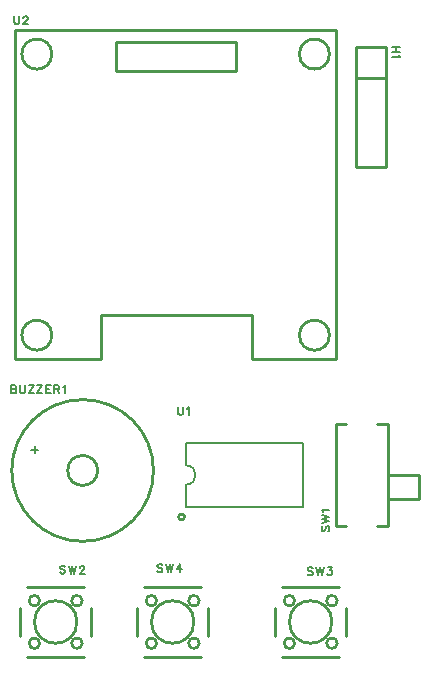
<source format=gto>
G04 Layer: TopSilkscreenLayer*
G04 EasyEDA Pro v2.2.38.8, 2025-05-22 15:01:17*
G04 Gerber Generator version 0.3*
G04 Scale: 100 percent, Rotated: No, Reflected: No*
G04 Dimensions in millimeters*
G04 Leading zeros omitted, absolute positions, 4 integers and 5 decimals*
%FSLAX45Y45*%
%MOMM*%
%ADD10C,0.1524*%
%ADD11C,0.254*%
G75*


G04 Text Start*
G54D10*
G01X572529Y-3805174D02*
G01X572529Y-3868166D01*
G01X541033Y-3836670D02*
G01X604025Y-3836670D01*
G01X372809Y-3293567D02*
G01X372809Y-3358591D01*
G01X372809Y-3293567D02*
G01X400749Y-3293567D01*
G01X409893Y-3296615D01*
G01X412941Y-3299663D01*
G01X416243Y-3306013D01*
G01X416243Y-3312109D01*
G01X412941Y-3318205D01*
G01X409893Y-3321253D01*
G01X400749Y-3324555D01*
G01X372809Y-3324555D02*
G01X400749Y-3324555D01*
G01X409893Y-3327603D01*
G01X412941Y-3330651D01*
G01X416243Y-3336747D01*
G01X416243Y-3346145D01*
G01X412941Y-3352241D01*
G01X409893Y-3355543D01*
G01X400749Y-3358591D01*
G01X372809Y-3358591D01*
G01X446469Y-3293567D02*
G01X446469Y-3340049D01*
G01X449517Y-3349193D01*
G01X455613Y-3355543D01*
G01X465011Y-3358591D01*
G01X471107Y-3358591D01*
G01X480505Y-3355543D01*
G01X486601Y-3349193D01*
G01X489649Y-3340049D01*
G01X489649Y-3293567D01*
G01X563055Y-3293567D02*
G01X519875Y-3358591D01*
G01X519875Y-3293567D02*
G01X563055Y-3293567D01*
G01X519875Y-3358591D02*
G01X563055Y-3358591D01*
G01X636461Y-3293567D02*
G01X593281Y-3358591D01*
G01X593281Y-3293567D02*
G01X636461Y-3293567D01*
G01X593281Y-3358591D02*
G01X636461Y-3358591D01*
G01X666687Y-3293567D02*
G01X666687Y-3358591D01*
G01X666687Y-3293567D02*
G01X706819Y-3293567D01*
G01X666687Y-3324555D02*
G01X691325Y-3324555D01*
G01X666687Y-3358591D02*
G01X706819Y-3358591D01*
G01X737045Y-3293567D02*
G01X737045Y-3358591D01*
G01X737045Y-3293567D02*
G01X764731Y-3293567D01*
G01X774129Y-3296615D01*
G01X777177Y-3299663D01*
G01X780225Y-3306013D01*
G01X780225Y-3312109D01*
G01X777177Y-3318205D01*
G01X774129Y-3321253D01*
G01X764731Y-3324555D01*
G01X737045Y-3324555D01*
G01X758635Y-3324555D02*
G01X780225Y-3358591D01*
G01X810451Y-3306013D02*
G01X816547Y-3302711D01*
G01X825691Y-3293567D01*
G01X825691Y-3358591D01*
G01X3662934Y-426720D02*
G01X3597910Y-426720D01*
G01X3662934Y-470154D02*
G01X3597910Y-470154D01*
G01X3631946Y-426720D02*
G01X3631946Y-470154D01*
G01X3650488Y-500380D02*
G01X3653790Y-506476D01*
G01X3662934Y-515620D01*
G01X3597910Y-515620D01*
G01X3009610Y-4485256D02*
G01X3003514Y-4491606D01*
G01X3000466Y-4500750D01*
G01X3000466Y-4513196D01*
G01X3003514Y-4522594D01*
G01X3009610Y-4528690D01*
G01X3015960Y-4528690D01*
G01X3022056Y-4525642D01*
G01X3025104Y-4522594D01*
G01X3028152Y-4516244D01*
G01X3034502Y-4497702D01*
G01X3037550Y-4491606D01*
G01X3040598Y-4488558D01*
G01X3046948Y-4485256D01*
G01X3056092Y-4485256D01*
G01X3062442Y-4491606D01*
G01X3065490Y-4500750D01*
G01X3065490Y-4513196D01*
G01X3062442Y-4522594D01*
G01X3056092Y-4528690D01*
G01X3000466Y-4455030D02*
G01X3065490Y-4439790D01*
G01X3000466Y-4424296D02*
G01X3065490Y-4439790D01*
G01X3000466Y-4424296D02*
G01X3065490Y-4408802D01*
G01X3000466Y-4393308D02*
G01X3065490Y-4408802D01*
G01X3012912Y-4363082D02*
G01X3009610Y-4356986D01*
G01X3000466Y-4347842D01*
G01X3065490Y-4347842D01*
G01X830326Y-4829810D02*
G01X823976Y-4823714D01*
G01X814832Y-4820666D01*
G01X802386Y-4820666D01*
G01X792988Y-4823714D01*
G01X786892Y-4829810D01*
G01X786892Y-4836160D01*
G01X789940Y-4842256D01*
G01X792988Y-4845304D01*
G01X799338Y-4848352D01*
G01X817880Y-4854702D01*
G01X823976Y-4857750D01*
G01X827024Y-4860798D01*
G01X830326Y-4867148D01*
G01X830326Y-4876292D01*
G01X823976Y-4882642D01*
G01X814832Y-4885690D01*
G01X802386Y-4885690D01*
G01X792988Y-4882642D01*
G01X786892Y-4876292D01*
G01X860552Y-4820666D02*
G01X875792Y-4885690D01*
G01X891286Y-4820666D02*
G01X875792Y-4885690D01*
G01X891286Y-4820666D02*
G01X906780Y-4885690D01*
G01X922274Y-4820666D02*
G01X906780Y-4885690D01*
G01X955548Y-4836160D02*
G01X955548Y-4833112D01*
G01X958596Y-4826762D01*
G01X961644Y-4823714D01*
G01X967740Y-4820666D01*
G01X980186Y-4820666D01*
G01X986536Y-4823714D01*
G01X989584Y-4826762D01*
G01X992632Y-4833112D01*
G01X992632Y-4839208D01*
G01X989584Y-4845304D01*
G01X983234Y-4854702D01*
G01X952500Y-4885690D01*
G01X995680Y-4885690D01*
G01X2925826Y-4842510D02*
G01X2919476Y-4836414D01*
G01X2910332Y-4833366D01*
G01X2897886Y-4833366D01*
G01X2888488Y-4836414D01*
G01X2882392Y-4842510D01*
G01X2882392Y-4848860D01*
G01X2885440Y-4854956D01*
G01X2888488Y-4858004D01*
G01X2894838Y-4861052D01*
G01X2913380Y-4867402D01*
G01X2919476Y-4870450D01*
G01X2922524Y-4873498D01*
G01X2925826Y-4879848D01*
G01X2925826Y-4888992D01*
G01X2919476Y-4895342D01*
G01X2910332Y-4898390D01*
G01X2897886Y-4898390D01*
G01X2888488Y-4895342D01*
G01X2882392Y-4888992D01*
G01X2956052Y-4833366D02*
G01X2971292Y-4898390D01*
G01X2986786Y-4833366D02*
G01X2971292Y-4898390D01*
G01X2986786Y-4833366D02*
G01X3002280Y-4898390D01*
G01X3017774Y-4833366D02*
G01X3002280Y-4898390D01*
G01X3054096Y-4833366D02*
G01X3088132Y-4833366D01*
G01X3069590Y-4858004D01*
G01X3078734Y-4858004D01*
G01X3085084Y-4861052D01*
G01X3088132Y-4864354D01*
G01X3091180Y-4873498D01*
G01X3091180Y-4879848D01*
G01X3088132Y-4888992D01*
G01X3082036Y-4895342D01*
G01X3072638Y-4898390D01*
G01X3063240Y-4898390D01*
G01X3054096Y-4895342D01*
G01X3051048Y-4892040D01*
G01X3048000Y-4885944D01*
G01X1652778Y-4817110D02*
G01X1646428Y-4811014D01*
G01X1637284Y-4807966D01*
G01X1624838Y-4807966D01*
G01X1615440Y-4811014D01*
G01X1609344Y-4817110D01*
G01X1609344Y-4823460D01*
G01X1612392Y-4829556D01*
G01X1615440Y-4832604D01*
G01X1621790Y-4835652D01*
G01X1640332Y-4842002D01*
G01X1646428Y-4845050D01*
G01X1649476Y-4848098D01*
G01X1652778Y-4854448D01*
G01X1652778Y-4863592D01*
G01X1646428Y-4869942D01*
G01X1637284Y-4872990D01*
G01X1624838Y-4872990D01*
G01X1615440Y-4869942D01*
G01X1609344Y-4863592D01*
G01X1683004Y-4807966D02*
G01X1698244Y-4872990D01*
G01X1713738Y-4807966D02*
G01X1698244Y-4872990D01*
G01X1713738Y-4807966D02*
G01X1729232Y-4872990D01*
G01X1744726Y-4807966D02*
G01X1729232Y-4872990D01*
G01X1805686Y-4807966D02*
G01X1774952Y-4851146D01*
G01X1821180Y-4851146D01*
G01X1805686Y-4807966D02*
G01X1805686Y-4872990D01*
G01X1785620Y-3476856D02*
G01X1785620Y-3523338D01*
G01X1788668Y-3532482D01*
G01X1795018Y-3538832D01*
G01X1804162Y-3541880D01*
G01X1810512Y-3541880D01*
G01X1819656Y-3538832D01*
G01X1825752Y-3532482D01*
G01X1829054Y-3523338D01*
G01X1829054Y-3476856D01*
G01X1859280Y-3489302D02*
G01X1865376Y-3486000D01*
G01X1874520Y-3476856D01*
G01X1874520Y-3541880D01*
G01X399969Y-168112D02*
G01X399969Y-214594D01*
G01X403017Y-223738D01*
G01X409367Y-230088D01*
G01X418511Y-233136D01*
G01X424861Y-233136D01*
G01X434005Y-230088D01*
G01X440101Y-223738D01*
G01X443403Y-214594D01*
G01X443403Y-168112D01*
G01X476677Y-183606D02*
G01X476677Y-180558D01*
G01X479725Y-174208D01*
G01X482773Y-171160D01*
G01X488869Y-168112D01*
G01X501315Y-168112D01*
G01X507665Y-171160D01*
G01X510713Y-174208D01*
G01X513761Y-180558D01*
G01X513761Y-186654D01*
G01X510713Y-192750D01*
G01X504363Y-202148D01*
G01X473629Y-233136D01*
G01X516809Y-233136D01*
G04 Text End*

G04 PolygonModel Start*
G54D11*
G01X3543300Y-688152D02*
G01X3543300Y-1447800D01*
G01X3543300Y-1447800D02*
G01X3289300Y-1447800D01*
G01X3289300Y-1447800D02*
G01X3289300Y-431800D01*
G01X3289300Y-431800D02*
G01X3543300Y-431800D01*
G01X3543300Y-431800D02*
G01X3543300Y-688152D01*
G01X3543300Y-688152D02*
G01X3289300Y-688152D01*
G01X3559998Y-4251881D02*
G01X3825100Y-4251881D01*
G01X3825100Y-4251881D02*
G01X3825100Y-4051300D01*
G01X3825100Y-4051300D02*
G01X3559998Y-4051300D01*
G01X3559998Y-3616198D02*
G01X3559998Y-4486199D01*
G01X3120100Y-4486300D02*
G01X3120100Y-3616300D01*
G01X3120100Y-3616300D02*
G01X3209163Y-3616300D01*
G01X3471037Y-3616300D02*
G01X3559998Y-3616300D01*
G01X3559998Y-4486199D02*
G01X3471060Y-4486199D01*
G01X3209140Y-4486199D02*
G01X3120100Y-4486199D01*
G01X989711Y-5595899D02*
G01X508889Y-5595899D01*
G01X449301Y-5410591D02*
G01X449301Y-5181209D01*
G01X508889Y-4995901D02*
G01X989711Y-4995901D01*
G01X1049299Y-5181209D02*
G01X1049299Y-5410591D01*
G01X3148711Y-5595899D02*
G01X2667889Y-5595899D01*
G01X2608301Y-5410591D02*
G01X2608301Y-5181209D01*
G01X2667889Y-4995901D02*
G01X3148711Y-4995901D01*
G01X3208299Y-5181209D02*
G01X3208299Y-5410591D01*
G01X1980311Y-5595899D02*
G01X1499489Y-5595899D01*
G01X1439901Y-5410591D02*
G01X1439901Y-5181209D01*
G01X1499489Y-4995901D02*
G01X1980311Y-4995901D01*
G01X2039899Y-5181209D02*
G01X2039899Y-5410591D01*
G54D10*
G01X1851881Y-4133799D02*
G01X1851881Y-4320939D01*
G01X1851881Y-4320939D02*
G01X2847119Y-4320939D01*
G01X2847119Y-4320939D02*
G01X2847119Y-3781661D01*
G01X2847119Y-3781661D02*
G01X1851881Y-3781661D01*
G01X1851881Y-3781661D02*
G01X1851881Y-3968801D01*
G01X1851881Y-4133800D02*
G03X1851881Y-3968800I0J82500D01*
G54D11*
G01X2273300Y-633001D02*
G01X2273300Y-383002D01*
G01X1257300Y-383002D02*
G01X1257300Y-633004D01*
G01X1257300Y-383002D02*
G01X2273300Y-383002D01*
G01X1257300Y-633004D02*
G01X2273300Y-633001D01*
G01X405384Y-288036D02*
G01X3125216Y-288036D01*
G01X3125216Y-288036D02*
G01X3125216Y-3068066D01*
G01X3125216Y-3068066D02*
G01X2415286Y-3068066D01*
G01X2415286Y-3068066D02*
G01X2415286Y-2692908D01*
G01X2415286Y-2692908D02*
G01X1130300Y-2692908D01*
G01X1130300Y-2692908D02*
G01X1130300Y-3068066D01*
G01X1130300Y-3068066D02*
G01X405384Y-3068066D01*
G01X405384Y-3068066D02*
G01X405384Y-288036D01*

G04 Circle Start*
G01X850887Y-4013200D02*
G03X1104887Y-4013200I127000J0D01*
G03X850887Y-4013200I-127000J0D01*
G01X377889Y-4013200D02*
G03X1577886Y-4013200I599999J0D01*
G03X377889Y-4013200I-599999J0D01*
G01X569290Y-5295900D02*
G03X929310Y-5295900I180010J0D01*
G03X569290Y-5295900I-180010J0D01*
G01X524561Y-5475884D02*
G03X614020Y-5475884I44729J0D01*
G03X524561Y-5475884I-44729J0D01*
G01X884580Y-5475910D02*
G03X974039Y-5475910I44729J0D01*
G03X884580Y-5475910I-44729J0D01*
G01X884580Y-5115890D02*
G03X974039Y-5115890I44729J0D01*
G03X884580Y-5115890I-44729J0D01*
G01X524561Y-5115890D02*
G03X614020Y-5115890I44729J0D01*
G03X524561Y-5115890I-44729J0D01*
G01X2728290Y-5295900D02*
G03X3088310Y-5295900I180010J0D01*
G03X2728290Y-5295900I-180010J0D01*
G01X2683561Y-5475884D02*
G03X2773020Y-5475884I44729J0D01*
G03X2683561Y-5475884I-44729J0D01*
G01X3043580Y-5475910D02*
G03X3133039Y-5475910I44729J0D01*
G03X3043580Y-5475910I-44729J0D01*
G01X3043580Y-5115890D02*
G03X3133039Y-5115890I44729J0D01*
G03X3043580Y-5115890I-44729J0D01*
G01X2683561Y-5115890D02*
G03X2773020Y-5115890I44729J0D01*
G03X2683561Y-5115890I-44729J0D01*
G01X1559890Y-5295900D02*
G03X1919910Y-5295900I180010J0D01*
G03X1559890Y-5295900I-180010J0D01*
G01X1515161Y-5475884D02*
G03X1604620Y-5475884I44729J0D01*
G03X1515161Y-5475884I-44729J0D01*
G01X1875180Y-5475910D02*
G03X1964639Y-5475910I44729J0D01*
G03X1875180Y-5475910I-44729J0D01*
G01X1875180Y-5115890D02*
G03X1964639Y-5115890I44729J0D01*
G03X1875180Y-5115890I-44729J0D01*
G01X1515161Y-5115890D02*
G03X1604620Y-5115890I44729J0D01*
G03X1515161Y-5115890I-44729J0D01*
G01X1790700Y-4406900D02*
G03X1841500Y-4406900I25400J0D01*
G03X1790700Y-4406900I-25400J0D01*
G01X463296Y-488010D02*
G03X717296Y-488010I127000J0D01*
G03X463296Y-488010I-127000J0D01*
G01X2813304Y-488010D02*
G03X3067304Y-488010I127000J0D01*
G03X2813304Y-488010I-127000J0D01*
G01X2813304Y-2867990D02*
G03X3067304Y-2867990I127000J0D01*
G03X2813304Y-2867990I-127000J0D01*
G01X463296Y-2867990D02*
G03X717296Y-2867990I127000J0D01*
G03X463296Y-2867990I-127000J0D01*
G04 Circle End*

M02*


</source>
